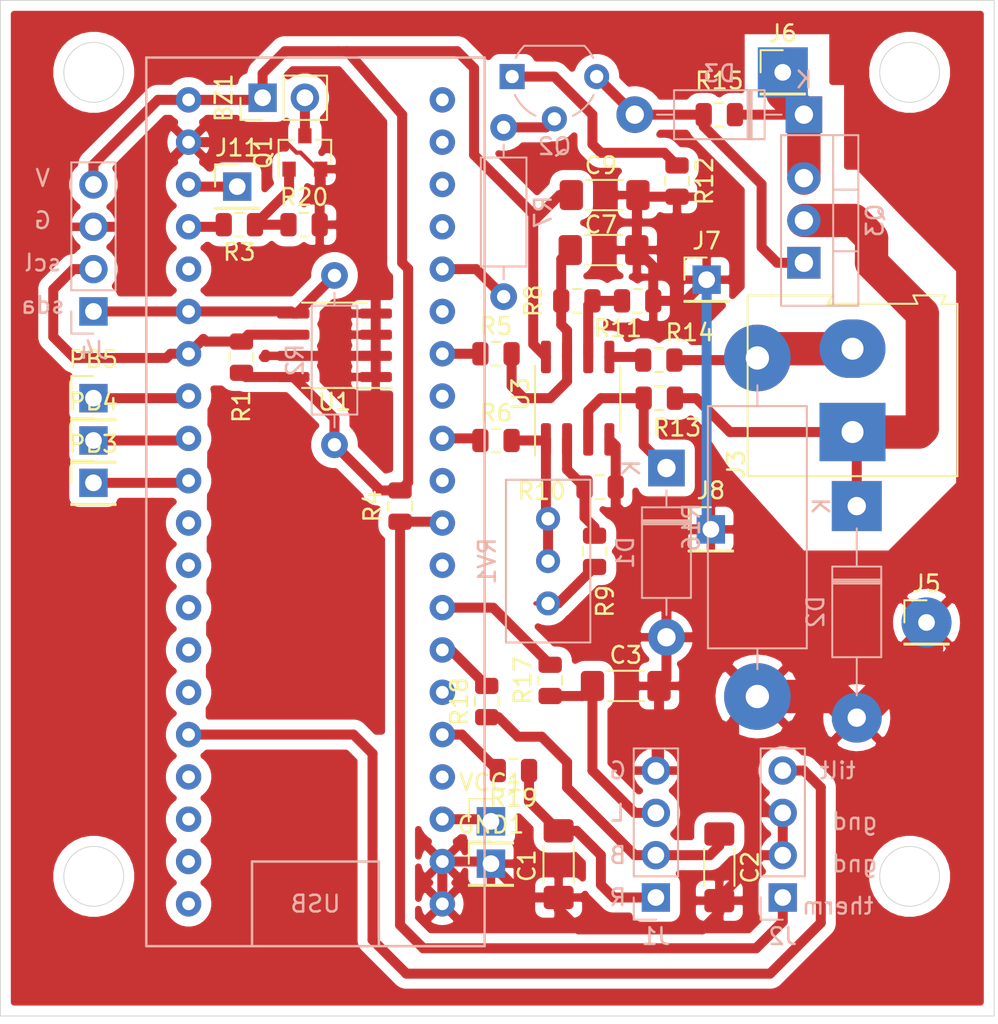
<source format=kicad_pcb>
(kicad_pcb (version 20171130) (host pcbnew 5.1.5-52549c5~84~ubuntu18.04.1)
  (layers (0 F.Cu signal) (31 B.Cu signal) (34 B.Paste user) (35 F.Paste user) (36 B.SilkS user) (37 F.SilkS user) (38 B.Mask user) (39 F.Mask user) (44 Edge.Cuts user))
  (net 0 "")
  (net 1 GND)
  (net 2 VCC)
  (net 3 "Net-(C1-Pad1)")
  (net 4 "Net-(C2-Pad1)")
  (net 5 "Net-(C3-Pad1)")
  (net 6 "Net-(BZ1-Pad2)")
  (net 7 "Net-(D1-Pad1)")
  (net 8 "Net-(D3-Pad2)")
  (net 9 +24V)
  (net 10 "Net-(Q2-Pad2)")
  (net 11 "Net-(Q2-Pad1)")
  (net 12 "Net-(D2-Pad1)")
  (net 13 "Net-(R3-Pad2)")
  (net 14 "Net-(R5-Pad1)")
  (net 15 "Net-(R6-Pad1)")
  (net 16 "Net-(R6-Pad2)")
  (net 17 "Net-(R7-Pad1)")
  (net 18 "Net-(R11-Pad2)")
  (net 19 "Net-(R10-Pad2)")
  (net 20 "Net-(R9-Pad1)")
  (net 21 "Net-(J3-Pad2)")
  (net 22 "Net-(R14-Pad1)")
  (net 23 "Net-(U2-PadPB8)")
  (net 24 "Net-(U2-PadPA15)")
  (net 25 "Net-(U2-PadPA12)")
  (net 26 "Net-(U2-PadPA10)")
  (net 27 "Net-(U2-PadPA11)")
  (net 28 "Net-(U2-PadPB15)")
  (net 29 "Net-(U2-PadPB14)")
  (net 30 "Net-(U2-PadPB13)")
  (net 31 "Net-(U2-PadPB12)")
  (net 32 "Net-(U2-PadVBAT)")
  (net 33 "Net-(U2-PadPA7)")
  (net 34 "Net-(U2-PadPC13)")
  (net 35 "Net-(U2-PadPC14)")
  (net 36 "Net-(U2-PadPA1)")
  (net 37 "Net-(U2-PadNRST)")
  (net 38 "Net-(U2-PadPA5)")
  (net 39 "Net-(U2-PadPC15)")
  (net 40 "Net-(U2-PadPA3)")
  (net 41 "Net-(U2-PadPB10)")
  (net 42 "Net-(C7-Pad2)")
  (net 43 /therm)
  (net 44 /tilt)
  (net 45 /sda)
  (net 46 "Net-(U2-PadPA9)")
  (net 47 "Net-(R17-Pad2)")
  (net 48 "Net-(R18-Pad2)")
  (net 49 "Net-(R19-Pad2)")
  (net 50 "Net-(Q1-Pad1)")
  (net 51 "Net-(J11-Pad1)")
  (net 52 "Net-(PB3-Pad1)")
  (net 53 "Net-(PB4-Pad1)")
  (net 54 "Net-(PB5-Pad1)")
  (module chinabluepill:ChinaBluePill (layer B.Cu) (at 54.483 124.841)
    (fp_text reference U2 hide)
    (fp_text value ChinaBluePill hide)
    (fp_text user USB (at 7.62 48.26) (layer B.SilkS) (effects (justify mirror)))
    (pad vcc1 thru_hole circle (at 0 0 270) (size 1.524 1.524) (drill 0.762) (layers *.Cu *.Mask) (net 2 VCC))
    (pad GND thru_hole circle (at 0 2.54 270) (size 1.524 1.524) (drill 0.762) (layers *.Cu *.Mask) (net 1 GND))
    (pad PB9 thru_hole circle (at 0 7.62 270) (size 1.524 1.524) (drill 0.762) (layers *.Cu *.Mask) (net 13 "Net-(R3-Pad2)"))
    (pad PB8 thru_hole circle (at 0 10.16 270) (size 1.524 1.524) (drill 0.762) (layers *.Cu *.Mask) (net 23 "Net-(U2-PadPB8)"))
    (pad 5V thru_hole circle (at 0 5.08 270) (size 1.524 1.524) (drill 0.762) (layers *.Cu *.Mask) (net 51 "Net-(J11-Pad1)"))
    (pad PB7 thru_hole circle (at 0 12.7 270) (size 1.524 1.524) (drill 0.762) (layers *.Cu *.Mask) (net 45 /sda))
    (pad PB6 thru_hole circle (at 0 15.24 270) (size 1.524 1.524) (drill 0.762) (layers *.Cu *.Mask) (net 2 VCC))
    (pad PB4 thru_hole circle (at 0 20.32 270) (size 1.524 1.524) (drill 0.762) (layers *.Cu *.Mask) (net 53 "Net-(PB4-Pad1)"))
    (pad PB5 thru_hole circle (at 0 17.78 270) (size 1.524 1.524) (drill 0.762) (layers *.Cu *.Mask) (net 54 "Net-(PB5-Pad1)"))
    (pad PB3 thru_hole circle (at 0 22.86 270) (size 1.524 1.524) (drill 0.762) (layers *.Cu *.Mask) (net 52 "Net-(PB3-Pad1)"))
    (pad PA15 thru_hole circle (at 0 25.4 270) (size 1.524 1.524) (drill 0.762) (layers *.Cu *.Mask) (net 24 "Net-(U2-PadPA15)"))
    (pad PA12 thru_hole circle (at 0 27.94 270) (size 1.524 1.524) (drill 0.762) (layers *.Cu *.Mask) (net 25 "Net-(U2-PadPA12)"))
    (pad PA10 thru_hole circle (at 0 33.02 270) (size 1.524 1.524) (drill 0.762) (layers *.Cu *.Mask) (net 26 "Net-(U2-PadPA10)"))
    (pad PA9 thru_hole circle (at 0 35.56 270) (size 1.524 1.524) (drill 0.762) (layers *.Cu *.Mask) (net 46 "Net-(U2-PadPA9)"))
    (pad PA11 thru_hole circle (at 0 30.48 270) (size 1.524 1.524) (drill 0.762) (layers *.Cu *.Mask) (net 27 "Net-(U2-PadPA11)"))
    (pad PA8 thru_hole circle (at 0 38.1 270) (size 1.524 1.524) (drill 0.762) (layers *.Cu *.Mask) (net 44 /tilt))
    (pad PB15 thru_hole circle (at 0 40.64 270) (size 1.524 1.524) (drill 0.762) (layers *.Cu *.Mask) (net 28 "Net-(U2-PadPB15)"))
    (pad PB14 thru_hole circle (at 0 43.18 270) (size 1.524 1.524) (drill 0.762) (layers *.Cu *.Mask) (net 29 "Net-(U2-PadPB14)"))
    (pad PB13 thru_hole circle (at 0 45.72 270) (size 1.524 1.524) (drill 0.762) (layers *.Cu *.Mask) (net 30 "Net-(U2-PadPB13)"))
    (pad PB12 thru_hole circle (at 0 48.26 270) (size 1.524 1.524) (drill 0.762) (layers *.Cu *.Mask) (net 31 "Net-(U2-PadPB12)"))
    (pad PB0 thru_hole circle (at 15.24 30.48 270) (size 1.524 1.524) (drill 0.762) (layers *.Cu *.Mask) (net 47 "Net-(R17-Pad2)"))
    (pad VBAT thru_hole circle (at 15.24 0 270) (size 1.524 1.524) (drill 0.762) (layers *.Cu *.Mask) (net 32 "Net-(U2-PadVBAT)"))
    (pad PA7 thru_hole circle (at 15.24 27.94 270) (size 1.524 1.524) (drill 0.762) (layers *.Cu *.Mask) (net 33 "Net-(U2-PadPA7)"))
    (pad PC13 thru_hole circle (at 15.24 2.54 270) (size 1.524 1.524) (drill 0.762) (layers *.Cu *.Mask) (net 34 "Net-(U2-PadPC13)"))
    (pad PA2 thru_hole circle (at 15.24 15.24 270) (size 1.524 1.524) (drill 0.762) (layers *.Cu *.Mask) (net 14 "Net-(R5-Pad1)"))
    (pad PA0 thru_hole circle (at 15.24 10.16 270) (size 1.524 1.524) (drill 0.762) (layers *.Cu *.Mask) (net 17 "Net-(R7-Pad1)"))
    (pad PC14 thru_hole circle (at 15.24 5.08 270) (size 1.524 1.524) (drill 0.762) (layers *.Cu *.Mask) (net 35 "Net-(U2-PadPC14)"))
    (pad PB1 thru_hole circle (at 15.24 33.02 270) (size 1.524 1.524) (drill 0.762) (layers *.Cu *.Mask) (net 48 "Net-(R18-Pad2)"))
    (pad PA1 thru_hole circle (at 15.24 12.7 270) (size 1.524 1.524) (drill 0.762) (layers *.Cu *.Mask) (net 36 "Net-(U2-PadPA1)"))
    (pad PA6 thru_hole circle (at 15.24 25.4 270) (size 1.524 1.524) (drill 0.762) (layers *.Cu *.Mask) (net 43 /therm))
    (pad PA4 thru_hole circle (at 15.24 20.32 270) (size 1.524 1.524) (drill 0.762) (layers *.Cu *.Mask) (net 15 "Net-(R6-Pad1)"))
    (pad vcc2 thru_hole circle (at 15.24 43.18 270) (size 1.524 1.524) (drill 0.762) (layers *.Cu *.Mask) (net 2 VCC))
    (pad PB11 thru_hole circle (at 15.24 38.1 270) (size 1.524 1.524) (drill 0.762) (layers *.Cu *.Mask) (net 49 "Net-(R19-Pad2)"))
    (pad NRST thru_hole circle (at 15.24 40.64 270) (size 1.524 1.524) (drill 0.762) (layers *.Cu *.Mask) (net 37 "Net-(U2-PadNRST)"))
    (pad PA5 thru_hole circle (at 15.24 22.86 270) (size 1.524 1.524) (drill 0.762) (layers *.Cu *.Mask) (net 38 "Net-(U2-PadPA5)"))
    (pad GND thru_hole circle (at 15.24 45.72 270) (size 1.524 1.524) (drill 0.762) (layers *.Cu *.Mask) (net 1 GND))
    (pad PC15 thru_hole circle (at 15.24 7.62 270) (size 1.524 1.524) (drill 0.762) (layers *.Cu *.Mask) (net 39 "Net-(U2-PadPC15)"))
    (pad PA3 thru_hole circle (at 15.24 17.78 270) (size 1.524 1.524) (drill 0.762) (layers *.Cu *.Mask) (net 40 "Net-(U2-PadPA3)"))
    (pad PB10 thru_hole circle (at 15.24 35.56 270) (size 1.524 1.524) (drill 0.762) (layers *.Cu *.Mask) (net 41 "Net-(U2-PadPB10)"))
    (pad GND thru_hole circle (at 15.24 48.26 270) (size 1.524 1.524) (drill 0.762) (layers *.Cu *.Mask) (net 1 GND))
  )
  (module Connector_PinHeader_2.54mm:PinHeader_1x04_P2.54mm_Vertical (layer B.Cu) (at 90.17 172.72)
    (fp_text reference J2 (at 0 2.33) (layer B.SilkS) (effects (justify mirror)))
    (fp_text value handle)
    (pad 1 thru_hole rect (at 0 0) (size 1.7 1.7) (drill 1) (layers *.Cu *.Mask) (net 43 /therm))
    (pad 2 thru_hole oval (at 0 -2.54) (size 1.7 1.7) (drill 1) (layers *.Cu *.Mask) (net 1 GND))
    (pad 3 thru_hole oval (at 0 -5.08) (size 1.7 1.7) (drill 1) (layers *.Cu *.Mask) (net 1 GND))
    (pad 4 thru_hole oval (at 0 -7.62) (size 1.7 1.7) (drill 1) (layers *.Cu *.Mask) (net 44 /tilt))
  )
  (module Connector_PinHeader_2.54mm:PinHeader_1x04_P2.54mm_Vertical (layer B.Cu) (at 82.55 172.72)
    (fp_text reference J1 (at 0 2.33) (layer B.SilkS) (effects (justify mirror)))
    (fp_text value ENCODER)
    (pad 1 thru_hole rect (at 0 0) (size 1.7 1.7) (drill 1) (layers *.Cu *.Mask) (net 3 "Net-(C1-Pad1)"))
    (pad 2 thru_hole oval (at 0 -2.54) (size 1.7 1.7) (drill 1) (layers *.Cu *.Mask) (net 4 "Net-(C2-Pad1)"))
    (pad 3 thru_hole oval (at 0 -5.08) (size 1.7 1.7) (drill 1) (layers *.Cu *.Mask) (net 5 "Net-(C3-Pad1)"))
    (pad 4 thru_hole oval (at 0 -7.62) (size 1.7 1.7) (drill 1) (layers *.Cu *.Mask) (net 1 GND))
  )
  (module Resistor_SMD:R_0805_2012Metric (layer F.Cu) (at 57.658 140.2865 270)
    (fp_text reference R1 (at 2.9695 0 90) (layer F.SilkS))
    (fp_text value 330R)
    (pad 1 smd roundrect (at -0.9375 0 270) (size 0.975 1.4) (layers F.Cu F.Paste F.Mask) (net 2 VCC))
    (pad 2 smd roundrect (at 0.9375 0 270) (size 0.975 1.4) (layers F.Cu F.Paste F.Mask) (net 2 VCC))
  )
  (module Capacitor_SMD:C_1806_4516Metric (layer F.Cu) (at 76.708 170.72 270)
    (fp_text reference C1 (at 0.095 1.905 90) (layer F.SilkS))
    (fp_text value 100n)
    (pad 1 smd roundrect (at -2 0 270) (size 1.4 1.8) (layers F.Cu F.Paste F.Mask) (roundrect_rratio 0.178571) (net 3 "Net-(C1-Pad1)"))
    (pad 2 smd roundrect (at 2 0 270) (size 1.4 1.8) (layers F.Cu F.Paste F.Mask) (roundrect_rratio 0.178571) (net 1 GND))
  )
  (module Capacitor_SMD:C_1806_4516Metric (layer F.Cu) (at 86.36 170.91 270)
    (fp_text reference C2 (at 0 -1.85 90) (layer F.SilkS))
    (fp_text value 100n)
    (pad 2 smd roundrect (at 2 0 270) (size 1.4 1.8) (layers F.Cu F.Paste F.Mask) (roundrect_rratio 0.178571) (net 1 GND))
    (pad 1 smd roundrect (at -2 0 270) (size 1.4 1.8) (layers F.Cu F.Paste F.Mask) (roundrect_rratio 0.178571) (net 4 "Net-(C2-Pad1)"))
  )
  (module Capacitor_SMD:C_1806_4516Metric (layer F.Cu) (at 80.74 160.02)
    (fp_text reference C3 (at 0 -1.85) (layer F.SilkS))
    (fp_text value 100n)
    (pad 1 smd roundrect (at -2 0) (size 1.4 1.8) (layers F.Cu F.Paste F.Mask) (roundrect_rratio 0.178571) (net 5 "Net-(C3-Pad1)"))
    (pad 2 smd roundrect (at 2 0) (size 1.4 1.8) (layers F.Cu F.Paste F.Mask) (roundrect_rratio 0.178571) (net 1 GND))
  )
  (module Connector_PinHeader_2.54mm:PinHeader_1x02_P2.54mm_Vertical (layer F.Cu) (at 58.928 124.714 90)
    (fp_text reference BZ1 (at 0 -2.33 90) (layer F.SilkS))
    (fp_text value Buzzer)
    (pad 1 thru_hole rect (at 0 0 90) (size 1.7 1.7) (drill 1) (layers *.Cu *.Mask) (net 2 VCC))
    (pad 2 thru_hole oval (at 0 2.54 90) (size 1.7 1.7) (drill 1) (layers *.Cu *.Mask) (net 6 "Net-(BZ1-Pad2)"))
  )
  (module Diode_THT:D_DO-41_SOD81_P10.16mm_Horizontal (layer B.Cu) (at 83.185 146.939 270)
    (fp_text reference D1 (at 5.08 2.47 270) (layer B.SilkS) (effects (justify mirror)))
    (fp_text value 3.3v)
    (fp_text user K (at 0 2.1 270) (layer B.SilkS) (effects (justify mirror)))
    (pad 1 thru_hole rect (at 0 0 270) (size 2.2 2.2) (drill 1.1) (layers *.Cu *.Mask) (net 7 "Net-(D1-Pad1)"))
    (pad 2 thru_hole oval (at 10.16 0 270) (size 2.2 2.2) (drill 1.1) (layers *.Cu *.Mask) (net 1 GND))
  )
  (module Diode_THT:D_DO-41_SOD81_P10.16mm_Horizontal (layer B.Cu) (at 91.44 125.73 180)
    (fp_text reference D3 (at 5.08 2.47) (layer B.SilkS) (effects (justify mirror)))
    (fp_text value 18V)
    (fp_text user K (at 0 2.1) (layer B.SilkS) (effects (justify mirror)))
    (pad 2 thru_hole oval (at 10.16 0 180) (size 2.2 2.2) (drill 1.1) (layers *.Cu *.Mask) (net 8 "Net-(D3-Pad2)"))
    (pad 1 thru_hole rect (at 0 0 180) (size 2.2 2.2) (drill 1.1) (layers *.Cu *.Mask) (net 9 +24V))
  )
  (module Resistor_SMD:R_0805_2012Metric (layer F.Cu) (at 57.531 132.334 180)
    (fp_text reference R3 (at 0 -1.65) (layer F.SilkS))
    (fp_text value 100R)
    (pad 2 smd roundrect (at 0.9375 0 180) (size 0.975 1.4) (layers F.Cu F.Paste F.Mask) (net 13 "Net-(R3-Pad2)"))
    (pad 1 smd roundrect (at -0.9375 0 180) (size 0.975 1.4) (layers F.Cu F.Paste F.Mask) (net 50 "Net-(Q1-Pad1)"))
  )
  (module Resistor_SMD:R_0805_2012Metric (layer F.Cu) (at 67.183 149.225 90)
    (fp_text reference R4 (at 0 -1.65 90) (layer F.SilkS))
    (fp_text value 10K)
    (pad 1 smd roundrect (at -0.9375 0 90) (size 0.975 1.4) (layers F.Cu F.Paste F.Mask) (net 43 /therm))
    (pad 2 smd roundrect (at 0.9375 0 90) (size 0.975 1.4) (layers F.Cu F.Paste F.Mask) (net 2 VCC))
  )
  (module Resistor_SMD:R_0805_2012Metric (layer F.Cu) (at 72.9465 140.081)
    (fp_text reference R5 (at 0 -1.65) (layer F.SilkS))
    (fp_text value 470R)
    (pad 2 smd roundrect (at 0.9375 0) (size 0.975 1.4) (layers F.Cu F.Paste F.Mask) (net 42 "Net-(C7-Pad2)"))
    (pad 1 smd roundrect (at -0.9375 0) (size 0.975 1.4) (layers F.Cu F.Paste F.Mask) (net 14 "Net-(R5-Pad1)"))
  )
  (module Resistor_SMD:R_0805_2012Metric (layer F.Cu) (at 72.9465 145.288)
    (fp_text reference R6 (at 0 -1.65) (layer F.SilkS))
    (fp_text value 470R)
    (pad 1 smd roundrect (at -0.9375 0) (size 0.975 1.4) (layers F.Cu F.Paste F.Mask) (net 15 "Net-(R6-Pad1)"))
    (pad 2 smd roundrect (at 0.9375 0) (size 0.975 1.4) (layers F.Cu F.Paste F.Mask) (net 16 "Net-(R6-Pad2)"))
  )
  (module Resistor_SMD:R_0805_2012Metric (layer F.Cu) (at 77.8025 136.906)
    (fp_text reference R8 (at -2.6185 0 90) (layer F.SilkS))
    (fp_text value 100K)
    (pad 1 smd roundrect (at -0.9375 0) (size 0.975 1.4) (layers F.Cu F.Paste F.Mask) (net 42 "Net-(C7-Pad2)"))
    (pad 2 smd roundrect (at 0.9375 0) (size 0.975 1.4) (layers F.Cu F.Paste F.Mask) (net 18 "Net-(R11-Pad2)"))
  )
  (module Resistor_SMD:R_0805_2012Metric (layer F.Cu) (at 78.867 151.9405 90)
    (fp_text reference R9 (at -2.9995 0.635 90) (layer F.SilkS))
    (fp_text value 10K)
    (pad 2 smd roundrect (at 0.9375 0 90) (size 0.975 1.4) (layers F.Cu F.Paste F.Mask) (net 19 "Net-(R10-Pad2)"))
    (pad 1 smd roundrect (at -0.9375 0 90) (size 0.975 1.4) (layers F.Cu F.Paste F.Mask) (net 20 "Net-(R9-Pad1)"))
  )
  (module Resistor_SMD:R_0805_2012Metric (layer F.Cu) (at 79.1995 148.082 180)
    (fp_text reference R10 (at 3.5075 -0.254) (layer F.SilkS))
    (fp_text value 1K)
    (pad 1 smd roundrect (at -0.9375 0 180) (size 0.975 1.4) (layers F.Cu F.Paste F.Mask) (net 1 GND))
    (pad 2 smd roundrect (at 0.9375 0 180) (size 0.975 1.4) (layers F.Cu F.Paste F.Mask) (net 19 "Net-(R10-Pad2)"))
  )
  (module Resistor_SMD:R_0805_2012Metric (layer F.Cu) (at 81.4555 136.906 180)
    (fp_text reference R11 (at 1.1915 -1.65) (layer F.SilkS))
    (fp_text value 1K)
    (pad 2 smd roundrect (at 0.9375 0 180) (size 0.975 1.4) (layers F.Cu F.Paste F.Mask) (net 18 "Net-(R11-Pad2)"))
    (pad 1 smd roundrect (at -0.9375 0 180) (size 0.975 1.4) (layers F.Cu F.Paste F.Mask) (net 1 GND))
  )
  (module Resistor_SMD:R_0805_2012Metric (layer F.Cu) (at 83.82 129.7155 270)
    (fp_text reference R12 (at 0 -1.65 90) (layer F.SilkS))
    (fp_text value 1K)
    (pad 2 smd roundrect (at 0.9375 0 270) (size 0.975 1.4) (layers F.Cu F.Paste F.Mask) (net 1 GND))
    (pad 1 smd roundrect (at -0.9375 0 270) (size 0.975 1.4) (layers F.Cu F.Paste F.Mask) (net 11 "Net-(Q2-Pad1)"))
  )
  (module Resistor_SMD:R_0805_2012Metric (layer F.Cu) (at 82.7555 142.748)
    (fp_text reference R13 (at 1.0645 1.778) (layer F.SilkS))
    (fp_text value 10K)
    (pad 1 smd roundrect (at -0.9375 0) (size 0.975 1.4) (layers F.Cu F.Paste F.Mask) (net 7 "Net-(D1-Pad1)"))
    (pad 2 smd roundrect (at 0.9375 0) (size 0.975 1.4) (layers F.Cu F.Paste F.Mask) (net 12 "Net-(D2-Pad1)"))
  )
  (module Resistor_SMD:R_0805_2012Metric (layer F.Cu) (at 82.7255 140.462)
    (fp_text reference R14 (at 1.8565 -1.65) (layer F.SilkS))
    (fp_text value 10K)
    (pad 2 smd roundrect (at 0.9375 0) (size 0.975 1.4) (layers F.Cu F.Paste F.Mask) (net 21 "Net-(J3-Pad2)"))
    (pad 1 smd roundrect (at -0.9375 0) (size 0.975 1.4) (layers F.Cu F.Paste F.Mask) (net 22 "Net-(R14-Pad1)"))
  )
  (module Resistor_SMD:R_0805_2012Metric (layer F.Cu) (at 86.36 125.73 180)
    (fp_text reference R15 (at 0 2.032) (layer F.SilkS))
    (fp_text value 10K)
    (pad 1 smd roundrect (at -0.9375 0 180) (size 0.975 1.4) (layers F.Cu F.Paste F.Mask) (net 9 +24V))
    (pad 2 smd roundrect (at 0.9375 0 180) (size 0.975 1.4) (layers F.Cu F.Paste F.Mask) (net 8 "Net-(D3-Pad2)"))
  )
  (module Package_SO:SOIC-8_3.9x4.9mm_P1.27mm (layer F.Cu) (at 77.851 142.748 90)
    (fp_text reference U3 (at 0.254 -3.429 90) (layer F.SilkS))
    (fp_text value MCP602)
    (pad 1 smd roundrect (at -2.475 -1.905 90) (size 1.95 0.6) (layers F.Cu F.Paste F.Mask) (net 16 "Net-(R6-Pad2)"))
    (pad 2 smd roundrect (at -2.475 -0.635 90) (size 1.95 0.6) (layers F.Cu F.Paste F.Mask) (net 19 "Net-(R10-Pad2)"))
    (pad 3 smd roundrect (at -2.475 0.635 90) (size 1.95 0.6) (layers F.Cu F.Paste F.Mask) (net 7 "Net-(D1-Pad1)"))
    (pad 4 smd roundrect (at -2.475 1.905 90) (size 1.95 0.6) (layers F.Cu F.Paste F.Mask) (net 1 GND))
    (pad 5 smd roundrect (at 2.475 1.905 90) (size 1.95 0.6) (layers F.Cu F.Paste F.Mask) (net 22 "Net-(R14-Pad1)"))
    (pad 6 smd roundrect (at 2.475 0.635 90) (size 1.95 0.6) (layers F.Cu F.Paste F.Mask) (net 18 "Net-(R11-Pad2)"))
    (pad 7 smd roundrect (at 2.475 -0.635 90) (size 1.95 0.6) (layers F.Cu F.Paste F.Mask) (net 42 "Net-(C7-Pad2)"))
    (pad 8 smd roundrect (at 2.475 -1.905 90) (size 1.95 0.6) (layers F.Cu F.Paste F.Mask) (net 2 VCC))
  )
  (module Package_SO:SOIC-8_3.9x4.9mm_P1.27mm (layer F.Cu) (at 63.246 139.573 180)
    (fp_text reference U1 (at 0 -3.4) (layer F.SilkS))
    (fp_text value AT24CS32-MAHM)
    (pad 1 smd roundrect (at -2.475 -1.905 180) (size 1.95 0.6) (layers F.Cu F.Paste F.Mask) (net 1 GND))
    (pad 2 smd roundrect (at -2.475 -0.635 180) (size 1.95 0.6) (layers F.Cu F.Paste F.Mask) (net 1 GND))
    (pad 3 smd roundrect (at -2.475 0.635 180) (size 1.95 0.6) (layers F.Cu F.Paste F.Mask) (net 1 GND))
    (pad 4 smd roundrect (at -2.475 1.905 180) (size 1.95 0.6) (layers F.Cu F.Paste F.Mask) (net 1 GND))
    (pad 5 smd roundrect (at 2.475 1.905 180) (size 1.95 0.6) (layers F.Cu F.Paste F.Mask) (net 45 /sda))
    (pad 6 smd roundrect (at 2.475 0.635 180) (size 1.95 0.6) (layers F.Cu F.Paste F.Mask) (net 2 VCC))
    (pad 7 smd roundrect (at 2.475 -0.635 180) (size 1.95 0.6) (layers F.Cu F.Paste F.Mask) (net 1 GND))
    (pad 8 smd roundrect (at 2.475 -1.905 180) (size 1.95 0.6) (layers F.Cu F.Paste F.Mask) (net 2 VCC))
  )
  (module TerminalBlock:TerminalBlock_Altech_AK300-2_P5.00mm (layer F.Cu) (at 94.361 144.78 90)
    (fp_text reference J3 (at -1.92 -6.99 90) (layer F.SilkS))
    (fp_text value T12)
    (pad 1 thru_hole rect (at 0 0 90) (size 3.5 3.96) (drill 1.32) (layers *.Cu *.Mask) (net 12 "Net-(D2-Pad1)"))
    (pad 2 thru_hole oval (at 5 0 90) (size 3.5 3.96) (drill 1.32) (layers *.Cu *.Mask) (net 21 "Net-(J3-Pad2)"))
  )
  (module Package_TO_SOT_THT:TO-220-3_Vertical (layer B.Cu) (at 91.44 134.62 90)
    (fp_text reference Q3 (at 2.54 4.27 270) (layer B.SilkS) (effects (justify mirror)))
    (fp_text value IRF9540)
    (pad 1 thru_hole rect (at 0 0 90) (size 1.905 2) (drill 1.1) (layers *.Cu *.Mask) (net 8 "Net-(D3-Pad2)"))
    (pad 2 thru_hole oval (at 2.54 0 90) (size 1.905 2) (drill 1.1) (layers *.Cu *.Mask) (net 12 "Net-(D2-Pad1)"))
    (pad 3 thru_hole oval (at 5.08 0 90) (size 1.905 2) (drill 1.1) (layers *.Cu *.Mask) (net 9 +24V))
  )
  (module Package_TO_SOT_THT:TO-92_Wide (layer B.Cu) (at 73.914 123.444)
    (fp_text reference Q2 (at 2.55 4.19) (layer B.SilkS) (effects (justify mirror)))
    (fp_text value 2n5551)
    (pad 2 thru_hole circle (at 2.54 2.54 270) (size 1.5 1.5) (drill 0.8) (layers *.Cu *.Mask) (net 10 "Net-(Q2-Pad2)"))
    (pad 3 thru_hole circle (at 5.08 0 270) (size 1.5 1.5) (drill 0.8) (layers *.Cu *.Mask) (net 8 "Net-(D3-Pad2)"))
    (pad 1 thru_hole rect (at 0 0 270) (size 1.5 1.5) (drill 0.8) (layers *.Cu *.Mask) (net 11 "Net-(Q2-Pad1)"))
  )
  (module Potentiometer_THT:Potentiometer_Bourns_3296W_Vertical (layer B.Cu) (at 76.073 155.067 270)
    (fp_text reference RV1 (at -2.54 3.66 270) (layer B.SilkS) (effects (justify mirror)))
    (fp_text value 500K)
    (pad 1 thru_hole circle (at 0 0 270) (size 1.44 1.44) (drill 0.8) (layers *.Cu *.Mask) (net 20 "Net-(R9-Pad1)"))
    (pad 2 thru_hole circle (at -2.54 0 270) (size 1.44 1.44) (drill 0.8) (layers *.Cu *.Mask) (net 16 "Net-(R6-Pad2)"))
    (pad 3 thru_hole circle (at -5.08 0 270) (size 1.44 1.44) (drill 0.8) (layers *.Cu *.Mask) (net 16 "Net-(R6-Pad2)"))
  )
  (module Resistor_THT:R_Axial_DIN0614_L14.3mm_D5.7mm_P20.32mm_Horizontal (layer B.Cu) (at 88.646 140.335 270)
    (fp_text reference R16 (at 10.16 3.97 90) (layer B.SilkS) (effects (justify mirror)))
    (fp_text value 0.05R)
    (pad 1 thru_hole circle (at 0 0 270) (size 4 4) (drill 1.4) (layers *.Cu *.Mask) (net 21 "Net-(J3-Pad2)"))
    (pad 2 thru_hole circle (at 20.32 0 270) (size 4 4) (drill 1.4) (layers *.Cu *.Mask) (net 1 GND))
  )
  (module Capacitor_SMD:C_1806_4516Metric (layer F.Cu) (at 79.407 133.858 180)
    (fp_text reference C7 (at 0.159 1.524) (layer F.SilkS))
    (fp_text value 100n)
    (pad 1 smd roundrect (at -2 0 180) (size 1.4 1.8) (layers F.Cu F.Paste F.Mask) (roundrect_rratio 0.178571) (net 1 GND))
    (pad 2 smd roundrect (at 2 0 180) (size 1.4 1.8) (layers F.Cu F.Paste F.Mask) (roundrect_rratio 0.178571) (net 42 "Net-(C7-Pad2)"))
  )
  (module Capacitor_SMD:C_1806_4516Metric (layer F.Cu) (at 79.47 130.556 180)
    (fp_text reference C9 (at 0.222 1.778) (layer F.SilkS))
    (fp_text value 100n)
    (pad 2 smd roundrect (at 2 0 180) (size 1.4 1.8) (layers F.Cu F.Paste F.Mask) (roundrect_rratio 0.178571) (net 2 VCC))
    (pad 1 smd roundrect (at -2 0 180) (size 1.4 1.8) (layers F.Cu F.Paste F.Mask) (roundrect_rratio 0.178571) (net 1 GND))
  )
  (module Diode_THT:D_DO-41_SOD81_P12.70mm_Horizontal (layer B.Cu) (at 94.615 149.225 270)
    (fp_text reference D2 (at 6.35 2.47 270) (layer B.SilkS) (effects (justify mirror)))
    (fp_text value FR107)
    (fp_text user K (at 0 2.1 270) (layer B.SilkS) (effects (justify mirror)))
    (pad 1 thru_hole rect (at 0 0 270) (size 3 3) (drill 1.1) (layers *.Cu *.Mask) (net 12 "Net-(D2-Pad1)"))
    (pad 2 thru_hole circle (at 12.7 0 270) (size 3 3) (drill 1.1) (layers *.Cu *.Mask) (net 1 GND))
  )
  (module Connector_PinHeader_2.54mm:PinHeader_1x04_P2.54mm_Vertical (layer B.Cu) (at 48.768 137.541)
    (fp_text reference J4 (at 0 2.33) (layer B.SilkS) (effects (justify mirror)))
    (fp_text value OLED)
    (pad 1 thru_hole rect (at 0 0) (size 1.7 1.7) (drill 1) (layers *.Cu *.Mask) (net 45 /sda))
    (pad 2 thru_hole oval (at 0 -2.54) (size 1.7 1.7) (drill 1) (layers *.Cu *.Mask) (net 2 VCC))
    (pad 3 thru_hole oval (at 0 -5.08) (size 1.7 1.7) (drill 1) (layers *.Cu *.Mask) (net 1 GND))
    (pad 4 thru_hole oval (at 0 -7.62) (size 1.7 1.7) (drill 1) (layers *.Cu *.Mask) (net 2 VCC))
  )
  (module Connector_PinHeader_2.54mm:PinHeader_1x01_P2.54mm_Vertical (layer F.Cu) (at 85.598 135.636)
    (fp_text reference J7 (at 0 -2.33) (layer F.SilkS))
    (fp_text value jump1)
    (pad 1 thru_hole rect (at 0 0) (size 1.7 1.7) (drill 1) (layers *.Cu *.Mask) (net 1 GND))
  )
  (module Connector_PinHeader_2.54mm:PinHeader_1x01_P2.54mm_Vertical (layer F.Cu) (at 85.852 150.622)
    (fp_text reference J8 (at 0 -2.33) (layer F.SilkS))
    (fp_text value jump1)
    (pad 1 thru_hole rect (at 0 0) (size 1.7 1.7) (drill 1) (layers *.Cu *.Mask) (net 1 GND))
  )
  (module Resistor_THT:R_Axial_DIN0207_L6.3mm_D2.5mm_P10.16mm_Horizontal (layer B.Cu) (at 73.406 136.652 90)
    (fp_text reference R7 (at 5.08 2.37 270) (layer B.SilkS) (effects (justify mirror)))
    (fp_text value 100R)
    (pad 1 thru_hole circle (at 0 0 90) (size 1.6 1.6) (drill 0.8) (layers *.Cu *.Mask) (net 17 "Net-(R7-Pad1)"))
    (pad 2 thru_hole oval (at 10.16 0 90) (size 1.6 1.6) (drill 0.8) (layers *.Cu *.Mask) (net 10 "Net-(Q2-Pad2)"))
  )
  (module Resistor_THT:R_Axial_DIN0207_L6.3mm_D2.5mm_P10.16mm_Horizontal (layer B.Cu) (at 63.246 135.382 270)
    (fp_text reference R2 (at 5.08 2.37 270) (layer B.SilkS) (effects (justify mirror)))
    (fp_text value 330R)
    (pad 1 thru_hole circle (at 0 0 270) (size 1.6 1.6) (drill 0.8) (layers *.Cu *.Mask) (net 45 /sda))
    (pad 2 thru_hole oval (at 10.16 0 270) (size 1.6 1.6) (drill 0.8) (layers *.Cu *.Mask) (net 2 VCC))
  )
  (module Resistor_SMD:R_0805_2012Metric (layer F.Cu) (at 76.2 159.6875 90)
    (fp_text reference R17 (at 0 -1.65 90) (layer F.SilkS))
    (fp_text value 10K)
    (pad 1 smd roundrect (at -0.9375 0 90) (size 0.975 1.4) (layers F.Cu F.Paste F.Mask) (net 5 "Net-(C3-Pad1)"))
    (pad 2 smd roundrect (at 0.9375 0 90) (size 0.975 1.4) (layers F.Cu F.Paste F.Mask) (net 47 "Net-(R17-Pad2)"))
  )
  (module Resistor_SMD:R_0805_2012Metric (layer F.Cu) (at 72.39 160.9575 90)
    (fp_text reference R18 (at 0 -1.65 90) (layer F.SilkS))
    (fp_text value 10K)
    (pad 2 smd roundrect (at 0.9375 0 90) (size 0.975 1.4) (layers F.Cu F.Paste F.Mask) (net 48 "Net-(R18-Pad2)"))
    (pad 1 smd roundrect (at -0.9375 0 90) (size 0.975 1.4) (layers F.Cu F.Paste F.Mask) (net 4 "Net-(C2-Pad1)"))
  )
  (module Resistor_SMD:R_0805_2012Metric (layer F.Cu) (at 73.9925 165.1 180)
    (fp_text reference R19 (at 0 -1.65) (layer F.SilkS))
    (fp_text value 10K)
    (pad 1 smd roundrect (at -0.9375 0 180) (size 0.975 1.4) (layers F.Cu F.Paste F.Mask) (net 3 "Net-(C1-Pad1)"))
    (pad 2 smd roundrect (at 0.9375 0 180) (size 0.975 1.4) (layers F.Cu F.Paste F.Mask) (net 49 "Net-(R19-Pad2)"))
  )
  (module Connector_PinHeader_2.54mm:PinHeader_1x01_P2.54mm_Vertical (layer F.Cu) (at 98.806 156.21)
    (fp_text reference J5 (at 0 -2.33) (layer F.SilkS))
    (fp_text value GND)
    (pad 1 thru_hole circle (at 0 0) (size 3 3) (drill 1) (layers *.Cu *.Mask) (net 1 GND))
  )
  (module Connector_PinHeader_2.54mm:PinHeader_1x01_P2.54mm_Vertical (layer F.Cu) (at 90.17 123.19)
    (fp_text reference J6 (at 0 -2.33) (layer F.SilkS))
    (fp_text value +24)
    (pad 1 thru_hole rect (at 0 0) (size 3 3) (drill 1) (layers *.Cu *.Mask) (net 9 +24V))
  )
  (module Connector_PinHeader_2.54mm:PinHeader_1x01_P2.54mm_Vertical (layer F.Cu) (at 72.644 168.148)
    (fp_text reference VCC1 (at 0 -2.33) (layer F.SilkS))
    (fp_text value 3.3V)
    (pad 1 thru_hole rect (at 0 0) (size 1.7 1.7) (drill 1) (layers *.Cu *.Mask) (net 2 VCC))
  )
  (module Connector_PinHeader_2.54mm:PinHeader_1x01_P2.54mm_Vertical (layer F.Cu) (at 72.644 170.688)
    (fp_text reference GND1 (at 0 -2.33) (layer F.SilkS))
    (fp_text value GND)
    (pad 1 thru_hole rect (at 0 0) (size 1.7 1.7) (drill 1) (layers *.Cu *.Mask) (net 1 GND))
  )
  (module Connector_PinHeader_2.54mm:PinHeader_1x01_P2.54mm_Vertical (layer F.Cu) (at 57.404 130.048)
    (fp_text reference J11 (at 0 -2.33) (layer F.SilkS))
    (fp_text value Screw_Terminal_01x01)
    (pad 1 thru_hole rect (at 0 0) (size 1.7 1.7) (drill 1) (layers *.Cu *.Mask) (net 51 "Net-(J11-Pad1)"))
  )
  (module Connector_PinHeader_2.54mm:PinHeader_1x01_P2.54mm_Vertical (layer F.Cu) (at 48.768 145.288)
    (fp_text reference PB4 (at 0 -2.33) (layer F.SilkS))
    (fp_text value PB4)
    (pad 1 thru_hole rect (at 0 0) (size 1.7 1.7) (drill 1) (layers *.Cu *.Mask) (net 53 "Net-(PB4-Pad1)"))
  )
  (module Connector_PinHeader_2.54mm:PinHeader_1x01_P2.54mm_Vertical (layer F.Cu) (at 48.768 142.748)
    (fp_text reference PB5 (at 0 -2.33) (layer F.SilkS))
    (fp_text value PB5)
    (pad 1 thru_hole rect (at 0 0) (size 1.7 1.7) (drill 1) (layers *.Cu *.Mask) (net 54 "Net-(PB5-Pad1)"))
  )
  (module Connector_PinHeader_2.54mm:PinHeader_1x01_P2.54mm_Vertical (layer F.Cu) (at 48.768 147.828)
    (fp_text reference PB3 (at 0 -2.33) (layer F.SilkS))
    (fp_text value PB3)
    (pad 1 thru_hole rect (at 0 0) (size 1.7 1.7) (drill 1) (layers *.Cu *.Mask) (net 52 "Net-(PB3-Pad1)"))
  )
  (module Package_TO_SOT_SMD:SOT-23 (layer F.Cu) (at 61.468 128 90)
    (fp_text reference Q1 (at 0 -2.5 90) (layer F.SilkS))
    (fp_text value 2N7002)
    (pad 1 smd rect (at -1 -0.95 90) (size 0.9 0.8) (layers F.Cu F.Paste F.Mask) (net 50 "Net-(Q1-Pad1)"))
    (pad 2 smd rect (at -1 0.95 90) (size 0.9 0.8) (layers F.Cu F.Paste F.Mask) (net 1 GND))
    (pad 3 smd rect (at 1 0 90) (size 0.9 0.8) (layers F.Cu F.Paste F.Mask) (net 6 "Net-(BZ1-Pad2)"))
  )
  (module Resistor_SMD:R_0805_2012Metric (layer F.Cu) (at 61.4195 132.334)
    (fp_text reference R20 (at 0 -1.65) (layer F.SilkS))
    (fp_text value 100K)
    (pad 1 smd roundrect (at -0.9375 0) (size 0.975 1.4) (layers F.Cu F.Paste F.Mask) (net 50 "Net-(Q1-Pad1)"))
    (pad 2 smd roundrect (at 0.9375 0) (size 0.975 1.4) (layers F.Cu F.Paste F.Mask) (net 1 GND))
  )
  (gr_text L (at 80.264 167.64) (layer B.SilkS) (effects (font (size 1 1)) (justify mirror)))
  (gr_text B (at 80.264 170.18) (layer B.SilkS) (effects (font (size 1 1)) (justify mirror)))
  (gr_text R (at 80.264 172.72) (layer B.SilkS) (effects (font (size 1 1)) (justify mirror)))
  (gr_text G (at 80.264 165.1) (layer B.SilkS) (effects (font (size 1 1)) (justify mirror)))
  (gr_text tilt (at 93.472 165.1) (layer B.SilkS) (effects (font (size 1 1)) (justify mirror)))
  (gr_text gnd (at 94.488 170.688) (layer B.SilkS) (effects (font (size 1 1)) (justify mirror)))
  (gr_text gnd (at 94.488 168.148) (layer B.SilkS) (effects (font (size 1 1)) (justify mirror)))
  (gr_text therm (at 93.472 173.228) (layer B.SilkS) (effects (font (size 1 1)) (justify mirror)))
  (gr_text sda (at 45.72 137.16) (layer B.SilkS) (effects (font (size 1 1)) (justify mirror)))
  (gr_text scl (at 45.72 134.62) (layer B.SilkS) (effects (font (size 1 1)) (justify mirror)))
  (gr_text G (at 45.72 132.08) (layer B.SilkS) (effects (font (size 1 1)) (justify mirror)))
  (gr_text V (at 45.72 129.54) (layer B.SilkS) (effects (font (size 1 1)) (justify mirror)))
  (gr_circle (center 48.786051 123.19) (end 50.056051 124.46) (layer Edge.Cuts) (width 0.05))
  (gr_circle (center 48.786051 171.45) (end 50.056051 172.72) (layer Edge.Cuts) (width 0.05))
  (gr_circle (center 97.79 171.45) (end 99.06 172.72) (layer Edge.Cuts) (width 0.05))
  (gr_circle (center 97.79 123.19) (end 99.06 124.46) (layer Edge.Cuts) (width 0.05))
  (gr_line (start 43.18 179.832) (end 43.18 118.872) (layer Edge.Cuts) (width 0.05))
  (gr_line (start 102.87 179.832) (end 43.18 179.832) (layer Edge.Cuts) (width 0.05))
  (gr_line (start 102.87 118.872) (end 102.87 179.832) (layer Edge.Cuts) (width 0.05))
  (gr_line (start 43.18 118.872) (end 102.87 118.872) (layer Edge.Cuts) (width 0.05))
  (segment (start 93.345 160.655) (end 94.615 161.925) (width 2) (layer F.Cu) (net 1))
  (segment (start 88.646 160.655) (end 93.345 160.655) (width 2) (layer F.Cu) (net 1))
  (segment (start 85.09 157.099) (end 83.185 157.099) (width 0.6) (layer F.Cu) (net 1))
  (segment (start 88.646 160.655) (end 85.09 157.099) (width 0.6) (layer F.Cu) (net 1))
  (segment (start 80.137 145.604) (end 79.756 145.223) (width 0.6) (layer F.Cu) (net 1))
  (segment (start 80.137 148.082) (end 80.137 145.604) (width 0.6) (layer F.Cu) (net 1))
  (segment (start 80.137 148.082) (end 80.137 149.225) (width 0.6) (layer F.Cu) (net 1))
  (segment (start 83.185 152.273) (end 83.185 157.099) (width 0.6) (layer F.Cu) (net 1))
  (segment (start 80.137 149.225) (end 83.185 152.273) (width 0.6) (layer F.Cu) (net 1))
  (segment (start 69.723 173.101) (end 69.723 170.561) (width 0.6) (layer F.Cu) (net 1))
  (segment (start 65.721 137.668) (end 65.721 138.938) (width 0.6) (layer F.Cu) (net 1))
  (segment (start 65.721 138.938) (end 65.721 140.208) (width 0.6) (layer F.Cu) (net 1))
  (segment (start 65.721 140.208) (end 65.721 141.478) (width 0.6) (layer F.Cu) (net 1))
  (segment (start 65.721 140.208) (end 60.771 140.208) (width 0.6) (layer F.Cu) (net 1))
  (segment (start 54.483 127.381) (end 51.054 130.81) (width 0.6) (layer F.Cu) (net 1))
  (segment (start 51.054 130.81) (end 51.054 131.826) (width 0.6) (layer F.Cu) (net 1))
  (segment (start 50.419 132.461) (end 48.768 132.461) (width 0.6) (layer F.Cu) (net 1))
  (segment (start 51.054 131.826) (end 50.419 132.461) (width 0.6) (layer F.Cu) (net 1))
  (segment (start 98.806 157.734) (end 94.615 161.925) (width 2) (layer F.Cu) (net 1))
  (segment (start 98.806 156.21) (end 98.806 157.734) (width 2) (layer F.Cu) (net 1))
  (segment (start 83.185 151.839) (end 83.185 152.273) (width 0.6) (layer F.Cu) (net 1))
  (segment (start 84.402 150.622) (end 83.185 151.839) (width 0.6) (layer F.Cu) (net 1))
  (segment (start 85.852 150.622) (end 84.402 150.622) (width 0.6) (layer F.Cu) (net 1))
  (segment (start 84.328 136.906) (end 85.598 135.636) (width 0.6) (layer F.Cu) (net 1))
  (segment (start 82.393 136.906) (end 84.328 136.906) (width 0.6) (layer F.Cu) (net 1))
  (segment (start 85.598 150.368) (end 85.852 150.622) (width 0.6) (layer B.Cu) (net 1))
  (segment (start 85.598 135.636) (end 85.598 150.368) (width 0.6) (layer B.Cu) (net 1))
  (segment (start 82.393 134.844) (end 81.407 133.858) (width 0.6) (layer F.Cu) (net 1))
  (segment (start 82.393 136.906) (end 82.393 134.844) (width 0.6) (layer F.Cu) (net 1))
  (segment (start 81.407 130.619) (end 81.47 130.556) (width 0.6) (layer F.Cu) (net 1))
  (segment (start 81.407 133.858) (end 81.407 130.619) (width 0.6) (layer F.Cu) (net 1))
  (segment (start 81.567 130.653) (end 81.47 130.556) (width 0.6) (layer F.Cu) (net 1))
  (segment (start 83.82 130.653) (end 81.567 130.653) (width 0.6) (layer F.Cu) (net 1))
  (segment (start 83.185 159.575) (end 82.74 160.02) (width 0.6) (layer F.Cu) (net 1))
  (segment (start 83.185 157.099) (end 83.185 159.575) (width 0.6) (layer F.Cu) (net 1))
  (segment (start 90.17 167.64) (end 90.17 170.18) (width 0.6) (layer F.Cu) (net 1))
  (segment (start 82.74 164.91) (end 82.55 165.1) (width 0.6) (layer F.Cu) (net 1))
  (segment (start 82.74 160.02) (end 82.74 164.91) (width 0.6) (layer F.Cu) (net 1))
  (segment (start 86.36 172.72) (end 86.36 172.91) (width 0.6) (layer F.Cu) (net 1))
  (segment (start 90.17 170.18) (end 88.9 170.18) (width 0.6) (layer F.Cu) (net 1))
  (segment (start 88.9 170.18) (end 86.36 172.72) (width 0.6) (layer F.Cu) (net 1))
  (segment (start 88.646 160.655) (end 87.246001 162.054999) (width 0.6) (layer F.Cu) (net 1))
  (segment (start 89.408 167.64) (end 90.17 167.64) (width 0.6) (layer F.Cu) (net 1))
  (segment (start 87.246001 165.478001) (end 89.408 167.64) (width 0.6) (layer F.Cu) (net 1))
  (segment (start 87.246001 162.054999) (end 87.246001 165.478001) (width 0.6) (layer F.Cu) (net 1))
  (segment (start 76.708 173.42) (end 77.92299 174.63499) (width 0.6) (layer F.Cu) (net 1))
  (segment (start 76.708 172.72) (end 76.708 173.42) (width 0.6) (layer F.Cu) (net 1))
  (segment (start 86.36 173.61) (end 86.36 172.91) (width 0.6) (layer F.Cu) (net 1))
  (segment (start 85.33501 174.63499) (end 86.36 173.61) (width 0.6) (layer F.Cu) (net 1))
  (segment (start 77.92299 174.63499) (end 85.33501 174.63499) (width 0.6) (layer F.Cu) (net 1))
  (segment (start 65.721 137.368) (end 65.721 137.668) (width 0.6) (layer F.Cu) (net 1))
  (segment (start 62.418 130.066) (end 65.721 133.369) (width 0.6) (layer F.Cu) (net 1))
  (segment (start 65.721 133.369) (end 65.721 137.368) (width 0.6) (layer F.Cu) (net 1))
  (segment (start 62.418 129.016) (end 62.418 130.066) (width 0.6) (layer F.Cu) (net 1))
  (segment (start 72.517 170.561) (end 72.644 170.688) (width 0.6) (layer F.Cu) (net 1))
  (segment (start 69.723 170.561) (end 72.517 170.561) (width 0.6) (layer F.Cu) (net 1))
  (segment (start 74.676 172.72) (end 72.644 170.688) (width 0.6) (layer F.Cu) (net 1))
  (segment (start 76.708 172.72) (end 74.676 172.72) (width 0.6) (layer F.Cu) (net 1))
  (segment (start 62.357 129.061) (end 62.418 129) (width 0.6) (layer F.Cu) (net 1))
  (segment (start 62.357 132.334) (end 62.357 129.061) (width 0.6) (layer F.Cu) (net 1))
  (segment (start 54.483 127.381) (end 55.56063 127.381) (width 0.6) (layer F.Cu) (net 1))
  (segment (start 55.56063 127.381) (end 56.515 127.381) (width 0.6) (layer F.Cu) (net 1))
  (segment (start 56.515 127.381) (end 60.071 127.381) (width 0.6) (layer F.Cu) (net 1))
  (segment (start 62.198 129) (end 62.418 129) (width 0.25) (layer F.Cu) (net 1))
  (segment (start 61.204998 128.006998) (end 62.198 129) (width 0.25) (layer F.Cu) (net 1))
  (segment (start 60.96 128.006998) (end 61.204998 128.006998) (width 0.25) (layer F.Cu) (net 1))
  (segment (start 60.071 127.381) (end 60.334002 127.381) (width 0.25) (layer F.Cu) (net 1))
  (segment (start 60.334002 127.381) (end 60.96 128.006998) (width 0.25) (layer F.Cu) (net 1))
  (segment (start 65.8345 148.2875) (end 67.183 148.2875) (width 0.6) (layer F.Cu) (net 2))
  (segment (start 75.184 139.511) (end 75.946 140.273) (width 0.6) (layer F.Cu) (net 2))
  (segment (start 75.184 132.142) (end 75.184 139.511) (width 0.6) (layer F.Cu) (net 2))
  (segment (start 76.77 130.556) (end 75.184 132.142) (width 0.6) (layer F.Cu) (net 2))
  (segment (start 77.47 130.556) (end 76.77 130.556) (width 0.6) (layer F.Cu) (net 2))
  (segment (start 65.8345 148.1305) (end 63.246 145.542) (width 0.6) (layer F.Cu) (net 2))
  (segment (start 65.8345 148.2875) (end 65.8345 148.1305) (width 0.6) (layer F.Cu) (net 2))
  (segment (start 63.246 143.953) (end 60.771 141.478) (width 0.6) (layer F.Cu) (net 2))
  (segment (start 63.246 145.542) (end 63.246 143.953) (width 0.6) (layer F.Cu) (net 2))
  (segment (start 57.912 141.478) (end 57.658 141.224) (width 0.6) (layer F.Cu) (net 2))
  (segment (start 60.771 141.478) (end 57.912 141.478) (width 0.6) (layer F.Cu) (net 2))
  (segment (start 53.40537 124.841) (end 54.483 124.841) (width 0.6) (layer F.Cu) (net 2))
  (segment (start 52.645919 124.841) (end 53.40537 124.841) (width 0.6) (layer F.Cu) (net 2))
  (segment (start 48.768 128.718919) (end 52.645919 124.841) (width 0.6) (layer F.Cu) (net 2))
  (segment (start 48.768 129.921) (end 48.768 128.718919) (width 0.6) (layer F.Cu) (net 2))
  (segment (start 58.801 124.841) (end 58.928 124.714) (width 0.6) (layer F.Cu) (net 2))
  (segment (start 54.483 124.841) (end 58.801 124.841) (width 0.6) (layer F.Cu) (net 2))
  (segment (start 67.668527 147.801973) (end 67.668527 134.978527) (width 0.6) (layer F.Cu) (net 2))
  (segment (start 67.183 148.2875) (end 67.668527 147.801973) (width 0.6) (layer F.Cu) (net 2))
  (segment (start 67.668527 134.978527) (end 67.31 134.62) (width 0.6) (layer F.Cu) (net 2))
  (segment (start 67.31 134.62) (end 67.31 125.73) (width 0.6) (layer F.Cu) (net 2))
  (segment (start 58.928 123.264) (end 58.928 124.714) (width 0.6) (layer F.Cu) (net 2))
  (segment (start 60.272 121.92) (end 58.928 123.264) (width 0.6) (layer F.Cu) (net 2))
  (segment (start 63.5 121.92) (end 60.272 121.92) (width 0.6) (layer F.Cu) (net 2))
  (segment (start 70.612 121.92) (end 64.008 121.92) (width 0.6) (layer F.Cu) (net 2))
  (segment (start 64.008 121.92) (end 63.5 121.92) (width 0.6) (layer F.Cu) (net 2))
  (segment (start 75.184 132.142) (end 75.184 131.699) (width 0.6) (layer F.Cu) (net 2))
  (segment (start 67.31 125.73) (end 64.008 121.92) (width 0.6) (layer F.Cu) (net 2))
  (segment (start 75.184 131.699) (end 71.628 128.143) (width 0.6) (layer F.Cu) (net 2))
  (segment (start 71.628 128.143) (end 71.628 122.936) (width 0.6) (layer F.Cu) (net 2))
  (segment (start 71.628 122.936) (end 70.612 121.92) (width 0.6) (layer F.Cu) (net 2))
  (segment (start 72.517 168.021) (end 72.644 168.148) (width 0.6) (layer F.Cu) (net 2))
  (segment (start 69.723 168.021) (end 72.517 168.021) (width 0.6) (layer F.Cu) (net 2))
  (segment (start 53.40537 140.081) (end 53.15137 140.335) (width 0.6) (layer F.Cu) (net 2))
  (segment (start 54.483 140.081) (end 53.40537 140.081) (width 0.6) (layer F.Cu) (net 2))
  (segment (start 53.15137 140.335) (end 47.625 140.335) (width 0.6) (layer F.Cu) (net 2))
  (segment (start 47.625 140.335) (end 46.355 139.065) (width 0.6) (layer F.Cu) (net 2))
  (segment (start 46.355 136.211919) (end 47.565919 135.001) (width 0.6) (layer F.Cu) (net 2))
  (segment (start 46.355 139.065) (end 46.355 136.211919) (width 0.6) (layer F.Cu) (net 2))
  (segment (start 48.768 135.001) (end 47.565919 135.001) (width 0.6) (layer F.Cu) (net 2))
  (segment (start 54.483 140.081) (end 55.372 139.192) (width 0.6) (layer F.Cu) (net 2))
  (segment (start 55.529 139.349) (end 57.658 139.349) (width 0.6) (layer F.Cu) (net 2))
  (segment (start 55.372 139.192) (end 55.529 139.349) (width 0.6) (layer F.Cu) (net 2))
  (segment (start 58.069 138.938) (end 57.658 139.349) (width 0.6) (layer F.Cu) (net 2))
  (segment (start 60.771 138.938) (end 58.069 138.938) (width 0.6) (layer F.Cu) (net 2))
  (segment (start 74.93 166.942) (end 76.708 168.72) (width 0.6) (layer F.Cu) (net 3))
  (segment (start 74.93 165.1) (end 74.93 166.942) (width 0.6) (layer F.Cu) (net 3))
  (segment (start 80.008 172.72) (end 79.248 171.96) (width 0.6) (layer F.Cu) (net 3))
  (segment (start 82.55 172.72) (end 80.008 172.72) (width 0.6) (layer F.Cu) (net 3))
  (segment (start 79.248 171.96) (end 79.248 170.18) (width 0.6) (layer F.Cu) (net 3))
  (segment (start 77.788 168.72) (end 76.708 168.72) (width 0.6) (layer F.Cu) (net 3))
  (segment (start 79.248 170.18) (end 77.788 168.72) (width 0.6) (layer F.Cu) (net 3))
  (segment (start 86.36 169.61) (end 85.79 170.18) (width 0.6) (layer F.Cu) (net 4))
  (segment (start 86.36 168.91) (end 86.36 169.61) (width 0.6) (layer F.Cu) (net 4))
  (segment (start 85.79 170.18) (end 82.55 170.18) (width 0.6) (layer F.Cu) (net 4))
  (segment (start 73.09 161.895) (end 74.263 163.068) (width 0.6) (layer F.Cu) (net 4))
  (segment (start 72.39 161.895) (end 73.09 161.895) (width 0.6) (layer F.Cu) (net 4))
  (segment (start 74.263 163.068) (end 75.692 163.068) (width 0.6) (layer F.Cu) (net 4))
  (segment (start 75.692 163.068) (end 77.216 164.592) (width 0.6) (layer F.Cu) (net 4))
  (segment (start 77.216 164.592) (end 77.216 166.116) (width 0.6) (layer F.Cu) (net 4))
  (segment (start 77.216 166.116) (end 81.28 170.18) (width 0.6) (layer F.Cu) (net 4))
  (segment (start 81.28 170.18) (end 82.55 170.18) (width 0.6) (layer F.Cu) (net 4))
  (segment (start 78.135 160.625) (end 78.74 160.02) (width 0.6) (layer F.Cu) (net 5))
  (segment (start 76.2 160.625) (end 78.135 160.625) (width 0.6) (layer F.Cu) (net 5))
  (segment (start 81.28 167.64) (end 82.55 167.64) (width 0.6) (layer F.Cu) (net 5))
  (segment (start 78.74 160.02) (end 78.74 165.1) (width 0.6) (layer F.Cu) (net 5))
  (segment (start 78.74 165.1) (end 81.28 167.64) (width 0.6) (layer F.Cu) (net 5))
  (segment (start 61.468 124.714) (end 61.468 127) (width 0.6) (layer F.Cu) (net 6))
  (segment (start 78.486 143.51) (end 78.486 145.223) (width 0.6) (layer F.Cu) (net 7))
  (segment (start 81.818 142.748) (end 79.248 142.748) (width 0.6) (layer F.Cu) (net 7))
  (segment (start 79.248 142.748) (end 78.486 143.51) (width 0.6) (layer F.Cu) (net 7))
  (segment (start 81.818 145.572) (end 83.185 146.939) (width 0.6) (layer F.Cu) (net 7))
  (segment (start 81.818 142.748) (end 81.818 145.572) (width 0.6) (layer F.Cu) (net 7))
  (segment (start 78.994 123.444) (end 81.28 125.73) (width 0.6) (layer F.Cu) (net 8))
  (segment (start 81.28 125.73) (end 85.4225 125.73) (width 0.6) (layer F.Cu) (net 8))
  (segment (start 85.4225 126.43) (end 88.9 129.9075) (width 0.6) (layer F.Cu) (net 8))
  (segment (start 85.4225 125.73) (end 85.4225 126.43) (width 0.6) (layer F.Cu) (net 8))
  (segment (start 89.84 134.62) (end 91.44 134.62) (width 0.6) (layer F.Cu) (net 8))
  (segment (start 88.9 133.68) (end 89.84 134.62) (width 0.6) (layer F.Cu) (net 8))
  (segment (start 88.9 129.9075) (end 88.9 133.68) (width 0.6) (layer F.Cu) (net 8))
  (segment (start 87.2975 125.73) (end 91.44 125.73) (width 0.6) (layer F.Cu) (net 9))
  (segment (start 90.17 124.46) (end 91.44 125.73) (width 2) (layer F.Cu) (net 9))
  (segment (start 90.17 123.19) (end 90.17 124.46) (width 2) (layer F.Cu) (net 9))
  (segment (start 91.44 125.73) (end 91.44 129.54) (width 2) (layer F.Cu) (net 9))
  (segment (start 75.946 126.492) (end 76.454 125.984) (width 0.6) (layer F.Cu) (net 10))
  (segment (start 73.406 126.492) (end 75.946 126.492) (width 0.6) (layer F.Cu) (net 10))
  (segment (start 79.248 128.016) (end 83.058 128.016) (width 0.6) (layer F.Cu) (net 11))
  (segment (start 78.74 127.508) (end 79.248 128.016) (width 0.6) (layer F.Cu) (net 11))
  (segment (start 83.058 128.016) (end 83.82 128.778) (width 0.6) (layer F.Cu) (net 11))
  (segment (start 78.74 125.73) (end 78.74 127.508) (width 0.6) (layer F.Cu) (net 11))
  (segment (start 73.914 123.444) (end 76.454 123.444) (width 0.6) (layer F.Cu) (net 11))
  (segment (start 76.454 123.444) (end 78.74 125.73) (width 0.6) (layer F.Cu) (net 11))
  (segment (start 83.693 142.748) (end 84.963 142.748) (width 0.6) (layer F.Cu) (net 12))
  (segment (start 86.995 144.78) (end 94.361 144.78) (width 0.6) (layer F.Cu) (net 12))
  (segment (start 84.963 142.748) (end 86.995 144.78) (width 0.6) (layer F.Cu) (net 12))
  (segment (start 94.615 145.034) (end 94.361 144.78) (width 0.6) (layer F.Cu) (net 12))
  (segment (start 94.615 149.225) (end 94.615 145.034) (width 0.6) (layer F.Cu) (net 12))
  (segment (start 94.44 132.08) (end 95.504 133.144) (width 2) (layer F.Cu) (net 12))
  (segment (start 91.44 132.08) (end 94.44 132.08) (width 2) (layer F.Cu) (net 12))
  (segment (start 95.504 133.144) (end 95.504 134.62) (width 2) (layer F.Cu) (net 12))
  (segment (start 95.504 134.62) (end 98.552 137.668) (width 2) (layer F.Cu) (net 12))
  (segment (start 98.341 144.78) (end 94.361 144.78) (width 2) (layer F.Cu) (net 12))
  (segment (start 98.552 144.569) (end 98.341 144.78) (width 2) (layer F.Cu) (net 12))
  (segment (start 98.552 137.668) (end 98.552 144.569) (width 2) (layer F.Cu) (net 12))
  (segment (start 54.61 132.334) (end 54.483 132.461) (width 0.25) (layer F.Cu) (net 13))
  (segment (start 56.4665 132.461) (end 56.5935 132.334) (width 0.6) (layer F.Cu) (net 13))
  (segment (start 54.483 132.461) (end 56.4665 132.461) (width 0.6) (layer F.Cu) (net 13))
  (segment (start 69.723 140.081) (end 72.009 140.081) (width 0.6) (layer F.Cu) (net 14))
  (segment (start 71.882 145.161) (end 72.009 145.288) (width 0.6) (layer F.Cu) (net 15))
  (segment (start 69.723 145.161) (end 71.882 145.161) (width 0.6) (layer F.Cu) (net 15))
  (segment (start 75.881 145.288) (end 75.946 145.223) (width 0.6) (layer F.Cu) (net 16))
  (segment (start 73.884 145.288) (end 75.881 145.288) (width 0.6) (layer F.Cu) (net 16))
  (segment (start 75.946 149.86) (end 76.073 149.987) (width 0.6) (layer F.Cu) (net 16))
  (segment (start 75.946 145.223) (end 75.946 149.86) (width 0.6) (layer F.Cu) (net 16))
  (segment (start 76.073 152.527) (end 76.073 149.987) (width 0.6) (layer F.Cu) (net 16))
  (segment (start 71.755 135.001) (end 69.723 135.001) (width 0.6) (layer F.Cu) (net 17))
  (segment (start 73.406 136.652) (end 71.755 135.001) (width 0.6) (layer F.Cu) (net 17))
  (segment (start 78.486 137.16) (end 78.74 136.906) (width 0.6) (layer F.Cu) (net 18))
  (segment (start 78.486 140.273) (end 78.486 137.16) (width 0.6) (layer F.Cu) (net 18))
  (segment (start 78.74 136.906) (end 80.518 136.906) (width 0.6) (layer F.Cu) (net 18))
  (segment (start 77.216 147.036) (end 77.216 145.223) (width 0.6) (layer F.Cu) (net 19))
  (segment (start 78.262 148.082) (end 77.216 147.036) (width 0.6) (layer F.Cu) (net 19))
  (segment (start 78.867 151.003) (end 78.867 150.495) (width 0.6) (layer F.Cu) (net 19))
  (segment (start 78.262 149.89) (end 78.262 148.082) (width 0.6) (layer F.Cu) (net 19))
  (segment (start 78.867 150.495) (end 78.262 149.89) (width 0.6) (layer F.Cu) (net 19))
  (segment (start 75.408 155.067) (end 75.311 155.067) (width 0.25) (layer F.Cu) (net 20))
  (segment (start 76.678 155.067) (end 78.867 152.878) (width 0.6) (layer F.Cu) (net 20))
  (segment (start 76.073 155.067) (end 76.678 155.067) (width 0.6) (layer F.Cu) (net 20))
  (segment (start 88.519 140.462) (end 88.646 140.335) (width 0.6) (layer F.Cu) (net 21))
  (segment (start 83.663 140.462) (end 88.519 140.462) (width 0.6) (layer F.Cu) (net 21))
  (segment (start 89.201 139.78) (end 88.646 140.335) (width 2) (layer F.Cu) (net 21))
  (segment (start 94.361 139.78) (end 89.201 139.78) (width 2) (layer F.Cu) (net 21))
  (segment (start 81.599 140.273) (end 81.788 140.462) (width 0.6) (layer F.Cu) (net 22))
  (segment (start 79.756 140.273) (end 81.599 140.273) (width 0.6) (layer F.Cu) (net 22))
  (segment (start 74.616 142.748) (end 76.2 142.748) (width 0.6) (layer F.Cu) (net 42))
  (segment (start 73.884 140.081) (end 73.884 142.016) (width 0.6) (layer F.Cu) (net 42))
  (segment (start 77.216 141.732) (end 77.216 140.273) (width 0.6) (layer F.Cu) (net 42))
  (segment (start 76.2 142.748) (end 77.216 141.732) (width 0.6) (layer F.Cu) (net 42))
  (segment (start 73.884 142.016) (end 74.616 142.748) (width 0.6) (layer F.Cu) (net 42))
  (segment (start 76.865 136.906) (end 76.865 138.333) (width 0.6) (layer F.Cu) (net 42))
  (segment (start 77.216 138.684) (end 77.216 140.273) (width 0.6) (layer F.Cu) (net 42))
  (segment (start 76.865 138.333) (end 77.216 138.684) (width 0.6) (layer F.Cu) (net 42))
  (segment (start 76.865 134.4) (end 77.407 133.858) (width 0.6) (layer F.Cu) (net 42))
  (segment (start 76.865 136.906) (end 76.865 134.4) (width 0.6) (layer F.Cu) (net 42))
  (segment (start 69.6445 150.1625) (end 69.723 150.241) (width 0.6) (layer F.Cu) (net 43))
  (segment (start 67.183 150.1625) (end 69.6445 150.1625) (width 0.6) (layer F.Cu) (net 43))
  (segment (start 67.183 174.371) (end 67.183 150.1625) (width 0.6) (layer F.Cu) (net 43))
  (segment (start 68.58 175.768) (end 67.183 174.371) (width 0.6) (layer F.Cu) (net 43))
  (segment (start 88.572 175.768) (end 68.58 175.768) (width 0.6) (layer F.Cu) (net 43))
  (segment (start 90.17 172.72) (end 90.17 174.17) (width 0.6) (layer F.Cu) (net 43))
  (segment (start 90.17 174.17) (end 88.572 175.768) (width 0.6) (layer F.Cu) (net 43))
  (segment (start 64.389 162.941) (end 54.483 162.941) (width 0.6) (layer F.Cu) (net 44))
  (segment (start 65.532 164.084) (end 64.389 162.941) (width 0.6) (layer F.Cu) (net 44))
  (segment (start 65.532 175.26) (end 65.532 164.084) (width 0.6) (layer F.Cu) (net 44))
  (segment (start 91.44 165.1) (end 92.456 166.116) (width 0.6) (layer F.Cu) (net 44))
  (segment (start 90.17 165.1) (end 91.44 165.1) (width 0.6) (layer F.Cu) (net 44))
  (segment (start 92.456 166.116) (end 92.456 174.244) (width 0.6) (layer F.Cu) (net 44))
  (segment (start 92.456 174.244) (end 89.408 177.292) (width 0.6) (layer F.Cu) (net 44))
  (segment (start 89.408 177.292) (end 67.564 177.292) (width 0.6) (layer F.Cu) (net 44))
  (segment (start 67.564 177.292) (end 65.532 175.26) (width 0.6) (layer F.Cu) (net 44))
  (segment (start 48.768 137.541) (end 54.483 137.541) (width 0.6) (layer F.Cu) (net 45))
  (segment (start 60.96 137.668) (end 63.246 135.382) (width 0.6) (layer F.Cu) (net 45))
  (segment (start 60.771 137.668) (end 60.96 137.668) (width 0.6) (layer F.Cu) (net 45))
  (segment (start 60.644 137.541) (end 60.771 137.668) (width 0.6) (layer F.Cu) (net 45))
  (segment (start 54.483 137.541) (end 60.644 137.541) (width 0.6) (layer F.Cu) (net 45))
  (segment (start 72.771 155.321) (end 76.2 158.75) (width 0.6) (layer F.Cu) (net 47))
  (segment (start 69.723 155.321) (end 72.771 155.321) (width 0.6) (layer F.Cu) (net 47))
  (segment (start 70.231 157.861) (end 72.39 160.02) (width 0.6) (layer F.Cu) (net 48))
  (segment (start 69.723 157.861) (end 70.231 157.861) (width 0.6) (layer F.Cu) (net 48))
  (segment (start 70.896 162.941) (end 73.055 165.1) (width 0.6) (layer F.Cu) (net 49))
  (segment (start 69.723 162.941) (end 70.896 162.941) (width 0.6) (layer F.Cu) (net 49))
  (segment (start 60.518 130.2845) (end 58.4685 132.334) (width 0.6) (layer F.Cu) (net 50))
  (segment (start 60.518 129.016) (end 60.518 130.2845) (width 0.6) (layer F.Cu) (net 50))
  (segment (start 60.482 132.334) (end 58.4685 132.334) (width 0.6) (layer F.Cu) (net 50))
  (segment (start 54.61 130.048) (end 54.483 129.921) (width 0.6) (layer F.Cu) (net 51))
  (segment (start 57.404 130.048) (end 54.61 130.048) (width 0.6) (layer F.Cu) (net 51))
  (segment (start 54.356 147.828) (end 54.483 147.701) (width 0.6) (layer F.Cu) (net 52))
  (segment (start 48.768 147.828) (end 54.356 147.828) (width 0.6) (layer F.Cu) (net 52))
  (segment (start 54.356 145.288) (end 54.483 145.161) (width 0.6) (layer F.Cu) (net 53))
  (segment (start 48.768 145.288) (end 54.356 145.288) (width 0.6) (layer F.Cu) (net 53))
  (segment (start 54.356 142.748) (end 54.483 142.621) (width 0.6) (layer F.Cu) (net 54))
  (segment (start 48.768 142.748) (end 54.356 142.748) (width 0.6) (layer F.Cu) (net 54))
  (zone (net 0) (net_name "") (layer F.Cu) (connect_pads (clearance 0.508)) (min_thickness 0.254)
    (keepout (tracks allowed) (vias allowed) (copperpour not_allowed))
    (fill (arc_segments 32) (thermal_gap 0.508) (thermal_bridge_width 0.508))
    (polygon (pts (xy 92.964 123.952) (xy 93.853 123.952) (xy 93.853 129.032) (xy 94.615 129.032) (xy 97.536 132.08) (xy 100.584 135.128) (xy 100.584 147.828) (xy 96.52 151.892) (xy 91.44 151.892) (xy 86.868 146.812) (xy 85.852 145.288) (xy 85.852 138.176) (xy 87.884 136.144) (xy 87.884 120.904) (xy 92.964 120.904)))
  )
  (zone (net 0) (net_name "") (layer F.Cu) (connect_pads (clearance 0.6)) (min_thickness 0.4) (fill yes (arc_segments 32) (thermal_gap 0.508) (thermal_bridge_width 0.508))
    (polygon (pts (xy 66.548 146.812) (xy 66.548 162.941) (xy 55.499 163.068) (xy 55.626 141.986) (xy 60.452 141.986)))
  )
  (zone (net 1) (net_name GND) (layer F.Cu) (connect_pads (clearance 0.6)) (min_thickness 0.4) (fill yes (arc_segments 32) (thermal_gap 0.508) (thermal_bridge_width 0.508))
    (polygon (pts (xy 103.124 179.832) (xy 43.18 180.34) (xy 43.18 118.872) (xy 103.124 118.872)))
  )
)
</source>
